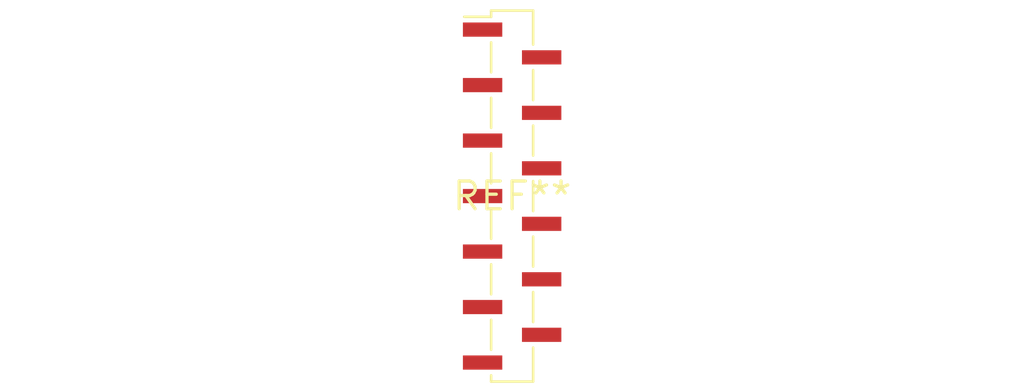
<source format=kicad_pcb>
(kicad_pcb (version 20240108) (generator pcbnew)
  (layers (0 "F.Cu" signal) (31 "B.Cu" signal) (34 "B.Paste" user) (35 "F.Paste" user) (36 "B.SilkS" user "B.Silkscreen") (37 "F.SilkS" user "F.Silkscreen") (38 "B.Mask" user) (39 "F.Mask" user) (44 "Edge.Cuts" user))
  (net 0 "")
  (footprint "PinSocket_1x13_P1.27mm_Vertical_SMD_Pin1Left" (layer "F.Cu") (at 0 0)
    (property "Reference" "REF**")
    (property "Value" "PinSocket_1x13_P1.27mm_Vertical_SMD_Pin1Left")
    (fp_line (start -2.19 -8.205) (end -0.96 -8.205) (layer "F.SilkS") (stroke (width 0.12)))
    (fp_line (start -0.96 -8.49) (end -0.96 -8.205) (layer "F.SilkS") (stroke (width 0.12)))
    (fp_line (start -0.96 -8.49) (end 0.96 -8.49) (layer "F.SilkS") (stroke (width 0.12)))
    (fp_line (start -0.96 -7.035) (end -0.96 -5.665) (layer "F.SilkS") (stroke (width 0.12)))
    (fp_line (start -0.96 -4.495) (end -0.96 -3.125) (layer "F.SilkS") (stroke (width 0.12)))
    (fp_line (start -0.96 -1.955) (end -0.96 -0.585) (layer "F.SilkS") (stroke (width 0.12)))
    (fp_line (start -0.96 0.585) (end -0.96 1.955) (layer "F.SilkS") (stroke (width 0.12)))
    (fp_line (start -0.96 3.125) (end -0.96 4.495) (layer "F.SilkS") (stroke (width 0.12)))
    (fp_line (start -0.96 5.665) (end -0.96 7.035) (layer "F.SilkS") (stroke (width 0.12)))
    (fp_line (start -0.96 8.205) (end -0.96 8.49) (layer "F.SilkS") (stroke (width 0.12)))
    (fp_line (start -0.96 8.49) (end 0.96 8.49) (layer "F.SilkS") (stroke (width 0.12)))
    (fp_line (start 0.96 -8.49) (end 0.96 -6.935) (layer "F.SilkS") (stroke (width 0.12)))
    (fp_line (start 0.96 -5.765) (end 0.96 -4.395) (layer "F.SilkS") (stroke (width 0.12)))
    (fp_line (start 0.96 -3.225) (end 0.96 -1.855) (layer "F.SilkS") (stroke (width 0.12)))
    (fp_line (start 0.96 -0.685) (end 0.96 0.685) (layer "F.SilkS") (stroke (width 0.12)))
    (fp_line (start 0.96 1.855) (end 0.96 3.225) (layer "F.SilkS") (stroke (width 0.12)))
    (fp_line (start 0.96 4.395) (end 0.96 5.765) (layer "F.SilkS") (stroke (width 0.12)))
    (fp_line (start 0.96 6.935) (end 0.96 8.49) (layer "F.SilkS") (stroke (width 0.12)))
    (pad "1" smd rect (at -1.35 -7.62) (size 1.8 0.65) (layers "F.Cu" "F.Paste" "F.Mask"))
    (pad "2" smd rect (at 1.35 -6.35) (size 1.8 0.65) (layers "F.Cu" "F.Paste" "F.Mask"))
    (pad "3" smd rect (at -1.35 -5.08) (size 1.8 0.65) (layers "F.Cu" "F.Paste" "F.Mask"))
    (pad "4" smd rect (at 1.35 -3.81) (size 1.8 0.65) (layers "F.Cu" "F.Paste" "F.Mask"))
    (pad "5" smd rect (at -1.35 -2.54) (size 1.8 0.65) (layers "F.Cu" "F.Paste" "F.Mask"))
    (pad "6" smd rect (at 1.35 -1.27) (size 1.8 0.65) (layers "F.Cu" "F.Paste" "F.Mask"))
    (pad "7" smd rect (at -1.35 0) (size 1.8 0.65) (layers "F.Cu" "F.Paste" "F.Mask"))
    (pad "8" smd rect (at 1.35 1.27) (size 1.8 0.65) (layers "F.Cu" "F.Paste" "F.Mask"))
    (pad "9" smd rect (at -1.35 2.54) (size 1.8 0.65) (layers "F.Cu" "F.Paste" "F.Mask"))
    (pad "10" smd rect (at 1.35 3.81) (size 1.8 0.65) (layers "F.Cu" "F.Paste" "F.Mask"))
    (pad "11" smd rect (at -1.35 5.08) (size 1.8 0.65) (layers "F.Cu" "F.Paste" "F.Mask"))
    (pad "12" smd rect (at 1.35 6.35) (size 1.8 0.65) (layers "F.Cu" "F.Paste" "F.Mask"))
    (pad "13" smd rect (at -1.35 7.62) (size 1.8 0.65) (layers "F.Cu" "F.Paste" "F.Mask"))
  )
)
</source>
